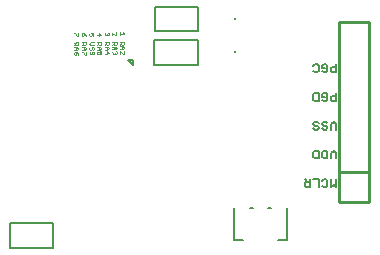
<source format=gto>
G75*
G70*
%OFA0B0*%
%FSLAX24Y24*%
%IPPOS*%
%LPD*%
%AMOC8*
5,1,8,0,0,1.08239X$1,22.5*
%
%ADD10C,0.0030*%
%ADD11C,0.0060*%
%ADD12C,0.0080*%
%ADD13C,0.0070*%
%ADD14C,0.0100*%
%ADD15R,0.0079X0.0079*%
D10*
X029154Y008087D02*
X029177Y008064D01*
X029201Y008064D01*
X029224Y008088D01*
X029223Y008158D01*
X029176Y008157D01*
X029153Y008134D01*
X029154Y008087D01*
X029223Y008158D02*
X029270Y008112D01*
X029294Y008066D01*
X029407Y008161D02*
X029431Y008162D01*
X029526Y008070D01*
X029549Y008071D01*
X029548Y008164D01*
X029500Y008226D02*
X029406Y008225D01*
X029476Y008226D02*
X029475Y008319D01*
X029498Y008320D02*
X029546Y008274D01*
X029500Y008226D01*
X029498Y008320D02*
X029405Y008318D01*
X029404Y008381D02*
X029449Y008429D01*
X029450Y008405D02*
X029449Y008475D01*
X029402Y008475D02*
X029542Y008477D01*
X029543Y008407D01*
X029520Y008383D01*
X029474Y008382D01*
X029450Y008405D01*
X029288Y008402D02*
X029287Y008473D01*
X029147Y008470D01*
X029194Y008471D02*
X029195Y008401D01*
X029219Y008378D01*
X029265Y008379D01*
X029288Y008402D01*
X029195Y008424D02*
X029149Y008377D01*
X029150Y008314D02*
X029243Y008315D01*
X029291Y008269D01*
X029245Y008222D01*
X029151Y008220D01*
X029221Y008221D02*
X029220Y008315D01*
X029660Y008299D02*
X029683Y008323D01*
X029660Y008299D02*
X029661Y008252D01*
X029685Y008229D01*
X029708Y008230D01*
X029731Y008254D01*
X029730Y008300D01*
X029753Y008324D01*
X029776Y008324D01*
X029800Y008302D01*
X029801Y008255D01*
X029778Y008231D01*
X029779Y008168D02*
X029756Y008168D01*
X029733Y008144D01*
X029734Y008097D01*
X029711Y008073D01*
X029687Y008073D01*
X029664Y008096D01*
X029663Y008143D01*
X029686Y008166D01*
X029779Y008168D02*
X029803Y008145D01*
X029804Y008098D01*
X029781Y008075D01*
X029919Y008100D02*
X029918Y008147D01*
X029941Y008171D01*
X029987Y008172D02*
X030012Y008125D01*
X030012Y008102D01*
X029989Y008078D01*
X029942Y008077D01*
X029919Y008100D01*
X029987Y008172D02*
X030057Y008173D01*
X030059Y008079D01*
X030174Y008105D02*
X030314Y008107D01*
X030242Y008176D01*
X030244Y008083D01*
X030241Y008239D02*
X030240Y008333D01*
X030263Y008333D02*
X030311Y008287D01*
X030265Y008240D01*
X030171Y008238D01*
X030170Y008331D02*
X030263Y008333D01*
X030285Y008396D02*
X030239Y008396D01*
X030215Y008419D01*
X030214Y008489D01*
X030214Y008442D02*
X030168Y008394D01*
X030167Y008488D02*
X030307Y008490D01*
X030308Y008420D01*
X030285Y008396D01*
X030423Y008399D02*
X030469Y008446D01*
X030470Y008423D02*
X030469Y008493D01*
X030422Y008492D02*
X030562Y008495D01*
X030563Y008425D01*
X030540Y008401D01*
X030494Y008400D01*
X030470Y008423D01*
X030495Y008337D02*
X030496Y008244D01*
X030520Y008244D02*
X030426Y008242D01*
X030451Y008180D02*
X030428Y008156D01*
X030429Y008109D01*
X030452Y008086D01*
X030476Y008087D01*
X030499Y008110D01*
X030498Y008134D01*
X030499Y008110D02*
X030522Y008088D01*
X030546Y008088D01*
X030569Y008112D01*
X030568Y008158D01*
X030544Y008181D01*
X030520Y008244D02*
X030565Y008292D01*
X030518Y008337D01*
X030425Y008336D01*
X030680Y008340D02*
X030773Y008342D01*
X030820Y008296D01*
X030775Y008248D01*
X030681Y008247D01*
X030682Y008184D02*
X030777Y008092D01*
X030801Y008092D01*
X030824Y008116D01*
X030823Y008163D01*
X030799Y008186D01*
X030751Y008248D02*
X030750Y008341D01*
X030748Y008405D02*
X030725Y008428D01*
X030723Y008498D01*
X030677Y008497D02*
X030817Y008499D01*
X030818Y008429D01*
X030795Y008405D01*
X030748Y008405D01*
X030724Y008451D02*
X030678Y008403D01*
X030682Y008184D02*
X030684Y008090D01*
X030056Y008283D02*
X030008Y008329D01*
X029915Y008327D01*
X029914Y008390D02*
X029959Y008438D01*
X029960Y008414D02*
X029959Y008484D01*
X029912Y008483D02*
X030052Y008486D01*
X030053Y008416D01*
X030030Y008392D01*
X029984Y008391D01*
X029960Y008414D01*
X029985Y008328D02*
X029986Y008235D01*
X030010Y008235D02*
X029916Y008234D01*
X030010Y008235D02*
X030056Y008283D01*
X029799Y008388D02*
X029705Y008386D01*
X029658Y008432D01*
X029704Y008480D01*
X029797Y008481D01*
X029283Y008692D02*
X029260Y008692D01*
X029165Y008783D01*
X029142Y008783D01*
X029282Y008786D02*
X029283Y008692D01*
X029398Y008717D02*
X029421Y008695D01*
X029445Y008695D01*
X029468Y008719D01*
X029467Y008789D01*
X029420Y008788D01*
X029397Y008764D01*
X029398Y008717D01*
X029467Y008789D02*
X029514Y008743D01*
X029538Y008697D01*
X029653Y008722D02*
X029652Y008769D01*
X029675Y008792D01*
X029722Y008793D02*
X029746Y008747D01*
X029746Y008724D01*
X029723Y008700D01*
X029676Y008699D01*
X029653Y008722D01*
X029722Y008793D02*
X029792Y008794D01*
X029793Y008701D01*
X029908Y008726D02*
X030048Y008729D01*
X029976Y008798D01*
X029978Y008704D01*
X030163Y008731D02*
X030162Y008778D01*
X030185Y008801D01*
X030232Y008755D02*
X030233Y008732D01*
X030210Y008708D01*
X030186Y008708D01*
X030163Y008731D01*
X030233Y008732D02*
X030256Y008709D01*
X030280Y008710D01*
X030303Y008733D01*
X030302Y008780D01*
X030278Y008803D01*
X030416Y008805D02*
X030511Y008714D01*
X030535Y008714D01*
X030558Y008738D01*
X030557Y008784D01*
X030533Y008807D01*
X030416Y008805D02*
X030418Y008712D01*
X030673Y008716D02*
X030671Y008810D01*
X030672Y008763D02*
X030812Y008766D01*
X030765Y008811D01*
D11*
X037124Y007704D02*
X037167Y007748D01*
X037254Y007748D01*
X037297Y007704D01*
X037297Y007531D01*
X037254Y007488D01*
X037167Y007488D01*
X037124Y007531D01*
X037418Y007531D02*
X037462Y007488D01*
X037548Y007488D01*
X037592Y007531D01*
X037592Y007704D01*
X037548Y007748D01*
X037462Y007748D01*
X037418Y007704D01*
X037418Y007618D01*
X037505Y007618D01*
X037713Y007618D02*
X037756Y007661D01*
X037886Y007661D01*
X037886Y007748D02*
X037886Y007488D01*
X037756Y007488D01*
X037713Y007531D01*
X037713Y007618D01*
X037548Y006788D02*
X037462Y006788D01*
X037418Y006744D01*
X037418Y006658D01*
X037505Y006658D01*
X037592Y006744D02*
X037592Y006571D01*
X037548Y006528D01*
X037462Y006528D01*
X037418Y006571D01*
X037297Y006528D02*
X037167Y006528D01*
X037124Y006571D01*
X037124Y006744D01*
X037167Y006788D01*
X037297Y006788D01*
X037297Y006528D01*
X037713Y006571D02*
X037713Y006658D01*
X037756Y006701D01*
X037886Y006701D01*
X037886Y006788D02*
X037886Y006528D01*
X037756Y006528D01*
X037713Y006571D01*
X037592Y006744D02*
X037548Y006788D01*
X037548Y005828D02*
X037592Y005784D01*
X037548Y005828D02*
X037462Y005828D01*
X037418Y005784D01*
X037418Y005741D01*
X037462Y005698D01*
X037548Y005698D01*
X037592Y005654D01*
X037592Y005611D01*
X037548Y005568D01*
X037462Y005568D01*
X037418Y005611D01*
X037297Y005611D02*
X037297Y005654D01*
X037254Y005698D01*
X037167Y005698D01*
X037124Y005741D01*
X037124Y005784D01*
X037167Y005828D01*
X037254Y005828D01*
X037297Y005784D01*
X037297Y005611D02*
X037254Y005568D01*
X037167Y005568D01*
X037124Y005611D01*
X037713Y005568D02*
X037713Y005741D01*
X037800Y005828D01*
X037886Y005741D01*
X037886Y005568D01*
X037800Y004868D02*
X037713Y004781D01*
X037713Y004608D01*
X037592Y004608D02*
X037462Y004608D01*
X037418Y004651D01*
X037418Y004824D01*
X037462Y004868D01*
X037592Y004868D01*
X037592Y004608D01*
X037886Y004608D02*
X037886Y004781D01*
X037800Y004868D01*
X037297Y004868D02*
X037297Y004608D01*
X037167Y004608D01*
X037124Y004651D01*
X037124Y004824D01*
X037167Y004868D01*
X037297Y004868D01*
X037297Y003908D02*
X037124Y003908D01*
X037002Y003908D02*
X037002Y003648D01*
X036872Y003648D01*
X036829Y003691D01*
X036829Y003778D01*
X036872Y003821D01*
X037002Y003821D01*
X036916Y003821D02*
X036829Y003908D01*
X037297Y003908D02*
X037297Y003648D01*
X037418Y003691D02*
X037462Y003648D01*
X037548Y003648D01*
X037592Y003691D01*
X037592Y003864D01*
X037548Y003908D01*
X037462Y003908D01*
X037418Y003864D01*
X037713Y003908D02*
X037713Y003648D01*
X037800Y003734D01*
X037886Y003648D01*
X037886Y003908D01*
D12*
X027020Y002444D02*
X027020Y001632D01*
X028457Y001632D01*
X028457Y002444D01*
X027020Y002444D01*
X031116Y007712D02*
X031116Y007889D01*
X030940Y007889D01*
X031062Y007767D01*
X031116Y007712D01*
X031828Y007732D02*
X031828Y008544D01*
X033265Y008544D01*
X033265Y007732D01*
X031828Y007732D01*
X031858Y008842D02*
X031858Y009654D01*
X033295Y009654D01*
X033295Y008842D01*
X031858Y008842D01*
D13*
X034468Y002946D02*
X034468Y001878D01*
X034786Y001878D01*
X035938Y001878D02*
X036257Y001878D01*
X036257Y002946D01*
X035711Y002949D02*
X035609Y002949D01*
X035121Y002949D02*
X035019Y002949D01*
D14*
X037985Y003146D02*
X037985Y004146D01*
X038985Y004146D01*
X037985Y004146D02*
X037985Y009146D01*
X038985Y009146D01*
X038985Y003146D01*
X037985Y003146D01*
D15*
X034506Y008168D03*
X034506Y009248D03*
M02*

</source>
